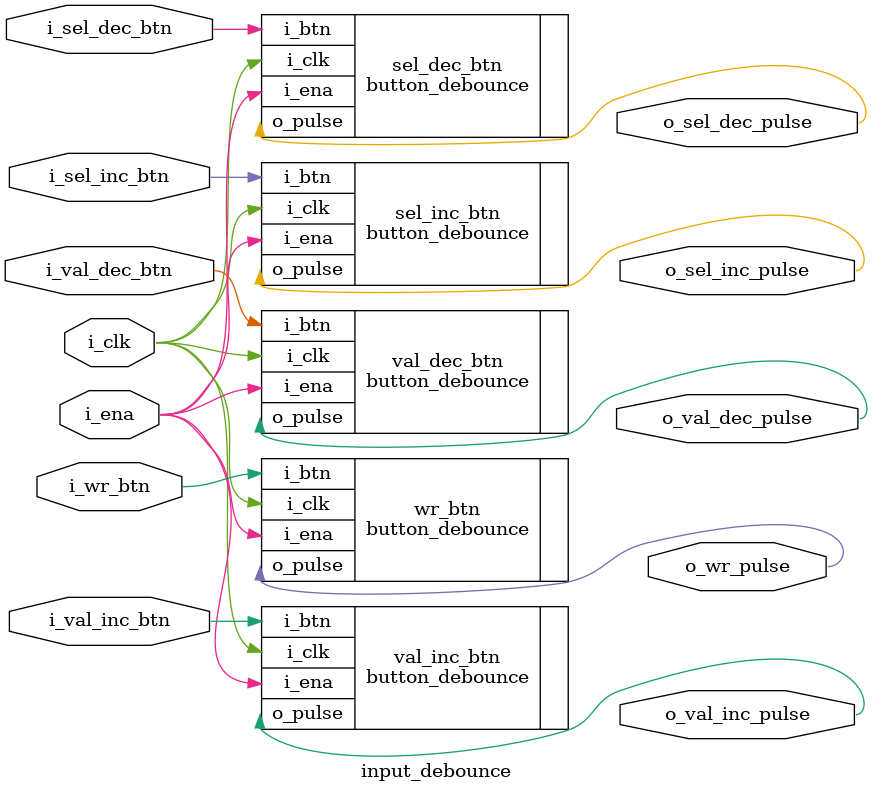
<source format=v>
`timescale 1ns / 1ps
module input_debounce(
    input i_clk,
	 input i_ena,
	 //input i_reset_btn,
    input i_wr_btn,
    input i_val_inc_btn,
    input i_val_dec_btn,
    input i_sel_inc_btn,
    input i_sel_dec_btn,
	 //output o_reset,
	 output o_wr_pulse,
	 output o_val_inc_pulse,
	 output o_val_dec_pulse,
	 output o_sel_inc_pulse,
	 output o_sel_dec_pulse
    );
	 
	 /*
	 button_debounce reset_btn   (.i_clk(i_clk),				//Hit reset button, sends reset signal to device
											.i_ena(i_ena|i_reset_btn),
											.i_btn(i_reset_btn),
											.o_pulse(o_reset));
	 */
	
	 button_debounce wr_btn	 	  (.i_clk(i_clk),
											.i_ena(i_ena),
											.i_btn(i_wr_btn),
											.o_pulse(o_wr_pulse));										 
							
	 button_debounce val_inc_btn (.i_clk(i_clk),
										   .i_ena(i_ena),
											.i_btn(i_val_inc_btn),
											.o_pulse(o_val_inc_pulse));							

	 button_debounce val_dec_btn (.i_clk(i_clk),
											.i_ena(i_ena),
											.i_btn(i_val_dec_btn),
											.o_pulse(o_val_dec_pulse));
										 
	 button_debounce sel_inc_btn (.i_clk(i_clk),
											.i_ena(i_ena),
											.i_btn(i_sel_inc_btn),
											.o_pulse(o_sel_inc_pulse));

	 button_debounce sel_dec_btn (.i_clk(i_clk),
											.i_ena(i_ena),
											.i_btn(i_sel_dec_btn),
											.o_pulse(o_sel_dec_pulse));
endmodule

</source>
